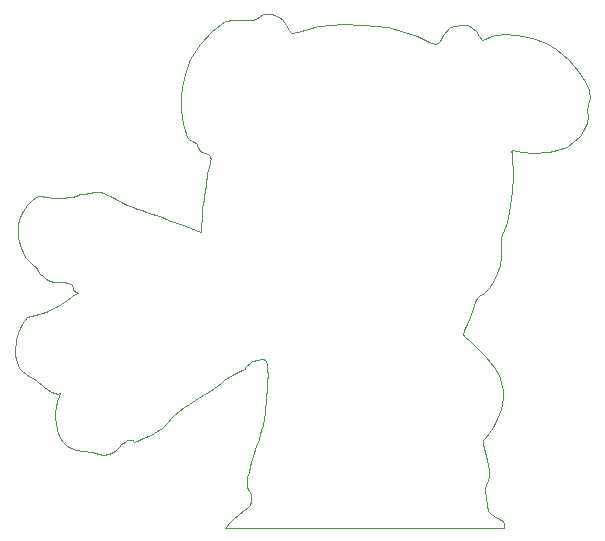
<source format=gbr>
G04 #@! TF.FileFunction,Profile,NP*
%FSLAX46Y46*%
G04 Gerber Fmt 4.6, Leading zero omitted, Abs format (unit mm)*
G04 Created by KiCad (PCBNEW 4.0.5+dfsg1-4) date Sun Sep 22 16:13:37 2019*
%MOMM*%
%LPD*%
G01*
G04 APERTURE LIST*
%ADD10C,0.100000*%
G04 APERTURE END LIST*
D10*
X56514482Y-67327468D02*
X56114599Y-66969344D01*
X56114599Y-66969344D02*
X55876562Y-66610201D01*
X55876562Y-66610201D02*
X55621821Y-65937850D01*
X55621821Y-65937850D02*
X55521595Y-65353198D01*
X55521595Y-65353198D02*
X55492362Y-64893828D01*
X55492362Y-64893828D02*
X55509065Y-64455340D01*
X55509065Y-64455340D02*
X55563354Y-63987620D01*
X55563354Y-63987620D02*
X55680285Y-63511544D01*
X55680285Y-63511544D02*
X55845983Y-63076792D01*
X55845983Y-63076792D02*
X55922498Y-62805787D01*
X55922498Y-62805787D02*
X55676109Y-62868427D01*
X55676109Y-62868427D02*
X55446424Y-62851732D01*
X55446424Y-62851732D02*
X55116513Y-62713921D01*
X55116513Y-62713921D02*
X54790779Y-62480058D01*
X54790779Y-62480058D02*
X54586150Y-62308841D01*
X54586150Y-62308841D02*
X54360642Y-62112563D01*
X54360642Y-62112563D02*
X53588066Y-61561319D01*
X53588066Y-61561319D02*
X53354205Y-61448567D01*
X53354205Y-61448567D02*
X53028470Y-61235585D01*
X53028470Y-61235585D02*
X52704250Y-60942176D01*
X52704250Y-60942176D02*
X52550698Y-60793054D01*
X52550698Y-60793054D02*
X52453251Y-60670507D01*
X52453251Y-60670507D02*
X52311509Y-60425413D01*
X52311509Y-60425413D02*
X52228828Y-60212801D01*
X52228828Y-60212801D02*
X52149098Y-59918982D01*
X52149098Y-59918982D02*
X52095946Y-59580871D01*
X52095946Y-59580871D02*
X52090040Y-59259002D01*
X52090040Y-59259002D02*
X52113663Y-58913507D01*
X52113663Y-58913507D02*
X52147622Y-58634453D01*
X52147622Y-58634453D02*
X52211110Y-58280102D01*
X52211110Y-58280102D02*
X52343992Y-57745620D01*
X52343992Y-57745620D02*
X52534457Y-57283486D01*
X52534457Y-57283486D02*
X52710157Y-56961615D01*
X52710157Y-56961615D02*
X52875521Y-56689943D01*
X52875521Y-56689943D02*
X53104374Y-56412369D01*
X53104374Y-56412369D02*
X53430674Y-56260292D01*
X53430674Y-56260292D02*
X53745162Y-56174652D01*
X53745162Y-56174652D02*
X54126091Y-56105252D01*
X54126091Y-56105252D02*
X54409573Y-56028472D01*
X54409573Y-56028472D02*
X54712249Y-55929552D01*
X54712249Y-55929552D02*
X54887949Y-55849822D01*
X54887949Y-55849822D02*
X55155190Y-55711035D01*
X55155190Y-55711035D02*
X55539072Y-55530904D01*
X55539072Y-55530904D02*
X55767925Y-55451174D01*
X55767925Y-55451174D02*
X55952484Y-55288762D01*
X55952484Y-55288762D02*
X56534213Y-54928506D01*
X56534213Y-54928506D02*
X56817695Y-54714418D01*
X56817695Y-54714418D02*
X57031783Y-54553494D01*
X57031783Y-54553494D02*
X57392041Y-54336451D01*
X57392041Y-54336451D02*
X57083459Y-54137129D01*
X57083459Y-54137129D02*
X57006193Y-54038101D01*
X57006193Y-54038101D02*
X56964432Y-53815724D01*
X56964432Y-53815724D02*
X56790080Y-53620493D01*
X56790080Y-53620493D02*
X56536383Y-53503561D01*
X56536383Y-53503561D02*
X56248233Y-53427348D01*
X56248233Y-53427348D02*
X55965303Y-53386631D01*
X55965303Y-53386631D02*
X55688637Y-53381419D01*
X55688637Y-53381419D02*
X55408840Y-53392901D01*
X55408840Y-53392901D02*
X55088325Y-53348007D01*
X55088325Y-53348007D02*
X54846112Y-53283279D01*
X54846112Y-53283279D02*
X54689509Y-53156951D01*
X54689509Y-53156951D02*
X54434767Y-52945015D01*
X54434767Y-52945015D02*
X54214479Y-52735168D01*
X54214479Y-52735168D02*
X54072492Y-52509659D01*
X54072492Y-52509659D02*
X53950341Y-52297722D01*
X53950341Y-52297722D02*
X53852203Y-52182880D01*
X53852203Y-52182880D02*
X53700820Y-52094139D01*
X53700820Y-52094139D02*
X53447123Y-51843573D01*
X53447123Y-51843573D02*
X53197602Y-51567951D01*
X53197602Y-51567951D02*
X53035779Y-51370630D01*
X53035779Y-51370630D02*
X52855163Y-51093966D01*
X52855163Y-51093966D02*
X52729880Y-50872631D01*
X52729880Y-50872631D02*
X52569101Y-50527062D01*
X52569101Y-50527062D02*
X52482447Y-50280673D01*
X52482447Y-50280673D02*
X52391617Y-49981038D01*
X52391617Y-49981038D02*
X52337328Y-49702284D01*
X52337328Y-49702284D02*
X52314360Y-49395342D01*
X52314360Y-49395342D02*
X52313310Y-49176098D01*
X52313310Y-49176098D02*
X52320620Y-48838879D01*
X52320620Y-48838879D02*
X52355073Y-48514188D01*
X52355073Y-48514188D02*
X52431287Y-48185321D01*
X52431287Y-48185321D02*
X52523161Y-47919096D01*
X52523161Y-47919096D02*
X52606683Y-47705071D01*
X52606683Y-47705071D02*
X52764330Y-47397085D01*
X52764330Y-47397085D02*
X52906317Y-47175752D01*
X52906317Y-47175752D02*
X53099461Y-46929363D01*
X53099461Y-46929363D02*
X53375083Y-46621377D01*
X53375083Y-46621377D02*
X53629824Y-46401088D01*
X53629824Y-46401088D02*
X53804176Y-46293554D01*
X53804176Y-46293554D02*
X54028640Y-46172448D01*
X54028640Y-46172448D02*
X54245797Y-46156788D01*
X54245797Y-46156788D02*
X54706210Y-46177668D01*
X54706210Y-46177668D02*
X54932763Y-46230918D01*
X54932763Y-46230918D02*
X55244925Y-46296688D01*
X55244925Y-46296688D02*
X55448510Y-46308178D01*
X55448510Y-46308178D02*
X55691767Y-46306078D01*
X55691767Y-46306078D02*
X55846282Y-46282068D01*
X55846282Y-46282068D02*
X56172017Y-46262228D01*
X56172017Y-46262228D02*
X56681499Y-46238218D01*
X56681499Y-46238218D02*
X56767109Y-46245518D01*
X56767109Y-46245518D02*
X56895524Y-46211068D01*
X56895524Y-46211068D02*
X57231699Y-46099357D01*
X57231699Y-46099357D02*
X57595018Y-46003307D01*
X57595018Y-46003307D02*
X57712993Y-45977207D01*
X57712993Y-45977207D02*
X57990702Y-45942757D01*
X57990702Y-45942757D02*
X58359242Y-45875937D01*
X58359242Y-45875937D02*
X58843668Y-45802857D01*
X58843668Y-45802857D02*
X59188195Y-45774667D01*
X59188195Y-45774667D02*
X59311390Y-45800767D01*
X59311390Y-45800767D02*
X59592232Y-45882197D01*
X59592232Y-45882197D02*
X59853237Y-46009567D01*
X59853237Y-46009567D02*
X60144519Y-46160950D01*
X60144519Y-46160950D02*
X60644605Y-46420912D01*
X60644605Y-46420912D02*
X61023585Y-46618232D01*
X61023585Y-46618232D02*
X61410917Y-46822860D01*
X61410917Y-46822860D02*
X61606149Y-46891770D01*
X61606149Y-46891770D02*
X62081179Y-47087002D01*
X62081179Y-47087002D02*
X62389166Y-47200800D01*
X62389166Y-47200800D02*
X62816170Y-47330259D01*
X62816170Y-47330259D02*
X63180534Y-47470157D01*
X63180534Y-47470157D02*
X63691061Y-47648685D01*
X63691061Y-47648685D02*
X64067952Y-47783364D01*
X64067952Y-47783364D02*
X64513750Y-47941011D01*
X64513750Y-47941011D02*
X64903170Y-48084042D01*
X64903170Y-48084042D02*
X65335395Y-48220809D01*
X65335395Y-48220809D02*
X65794764Y-48378456D01*
X65794764Y-48378456D02*
X66281278Y-48572644D01*
X66281278Y-48572644D02*
X66738560Y-48764744D01*
X66738560Y-48764744D02*
X67188533Y-48939096D01*
X67188533Y-48939096D02*
X67577953Y-49093611D01*
X67577953Y-49093611D02*
X67817034Y-49184441D01*
X67817034Y-49184441D02*
X67862974Y-49217851D01*
X67862974Y-49217851D02*
X67868174Y-49092568D01*
X67868174Y-49092568D02*
X67867174Y-48757437D01*
X67867174Y-48757437D02*
X67879704Y-48450495D01*
X67879704Y-48450495D02*
X67888104Y-48134156D01*
X67888104Y-48134156D02*
X67906894Y-47796937D01*
X67906894Y-47796937D02*
X67927774Y-47458674D01*
X67927774Y-47458674D02*
X67963274Y-47151732D01*
X67963274Y-47151732D02*
X68003994Y-46697582D01*
X68003994Y-46697582D02*
X68050974Y-46378112D01*
X68050974Y-46378112D02*
X68113614Y-46006440D01*
X68113614Y-46006440D02*
X68159554Y-45710982D01*
X68159554Y-45710982D02*
X68244124Y-45195235D01*
X68244124Y-45195235D02*
X68284844Y-44946758D01*
X68284844Y-44946758D02*
X68342264Y-44441452D01*
X68342264Y-44441452D02*
X68385074Y-44213855D01*
X68385074Y-44213855D02*
X68511400Y-43655304D01*
X68511400Y-43655304D02*
X68600140Y-43250223D01*
X68600140Y-43250223D02*
X68638770Y-43087356D01*
X68638770Y-43087356D02*
X68647170Y-42988176D01*
X68647170Y-42988176D02*
X68639870Y-42870201D01*
X68639870Y-42870201D02*
X68599150Y-42741787D01*
X68599150Y-42741787D02*
X68541730Y-42667657D01*
X68541730Y-42667657D02*
X68413316Y-42595617D01*
X68413316Y-42595617D02*
X67937242Y-42405605D01*
X67937242Y-42405605D02*
X67785859Y-42288674D01*
X67785859Y-42288674D02*
X67662664Y-42147731D01*
X67662664Y-42147731D02*
X67567654Y-41987996D01*
X67567654Y-41987996D02*
X67518584Y-41873154D01*
X67518584Y-41873154D02*
X67491444Y-41763532D01*
X67491444Y-41763532D02*
X67394354Y-41637205D01*
X67394354Y-41637205D02*
X67231487Y-41538025D01*
X67231487Y-41538025D02*
X67106204Y-41483735D01*
X67106204Y-41483735D02*
X66976746Y-41430485D01*
X66976746Y-41430485D02*
X66866079Y-41358445D01*
X66866079Y-41358445D02*
X66791949Y-41279095D01*
X66791949Y-41279095D02*
X66664578Y-41107876D01*
X66664578Y-41107876D02*
X66563308Y-40865663D01*
X66563308Y-40865663D02*
X66464128Y-40559765D01*
X66464128Y-40559765D02*
X66383738Y-40291451D01*
X66383738Y-40291451D02*
X66307528Y-40001213D01*
X66307528Y-40001213D02*
X66121076Y-38858605D01*
X66121076Y-38858605D02*
X66138796Y-37783735D01*
X66138796Y-37783735D02*
X66256914Y-36868324D01*
X66256914Y-36868324D02*
X66499055Y-35840701D01*
X66499055Y-35840701D02*
X66912466Y-34553220D01*
X66912466Y-34553220D02*
X67751101Y-33230303D01*
X67751101Y-33230303D02*
X68743289Y-32143621D01*
X68743289Y-32143621D02*
X69871311Y-31334516D01*
X69871311Y-31334516D02*
X70532770Y-31245928D01*
X70532770Y-31245928D02*
X71672604Y-31257739D01*
X71672604Y-31257739D02*
X72174604Y-31228210D01*
X72174604Y-31228210D02*
X72469898Y-31133716D01*
X72469898Y-31133716D02*
X73107732Y-30720305D01*
X73107732Y-30720305D02*
X73739661Y-30702589D01*
X73739661Y-30702589D02*
X74129449Y-30838424D01*
X74129449Y-30838424D02*
X74696414Y-31151435D01*
X74696414Y-31151435D02*
X75068484Y-31671153D01*
X75068484Y-31671153D02*
X75292907Y-32078658D01*
X75292907Y-32078658D02*
X75464178Y-32291270D01*
X75464178Y-32291270D02*
X76090201Y-32261741D01*
X76090201Y-32261741D02*
X77737942Y-31730212D01*
X77737942Y-31730212D02*
X79775469Y-31588471D01*
X79775469Y-31588471D02*
X81635821Y-31641624D01*
X81635821Y-31641624D02*
X83673348Y-31866047D01*
X83673348Y-31866047D02*
X86142006Y-32622000D01*
X86142006Y-32622000D02*
X87134193Y-33070846D01*
X87134193Y-33070846D02*
X87648006Y-33259834D01*
X87648006Y-33259834D02*
X87919675Y-33171246D01*
X87919675Y-33171246D02*
X88079134Y-32976352D01*
X88079134Y-32976352D02*
X88315370Y-32515694D01*
X88315370Y-32515694D02*
X88941393Y-31795177D01*
X88941393Y-31795177D02*
X89378426Y-31700683D01*
X89378426Y-31700683D02*
X89909956Y-31629813D01*
X89909956Y-31629813D02*
X90429674Y-31653438D01*
X90429674Y-31653438D02*
X90795100Y-31894842D01*
X90795100Y-31894842D02*
X91138379Y-32131814D01*
X91138379Y-32131814D02*
X91398237Y-32568849D01*
X91398237Y-32568849D02*
X91593131Y-32917296D01*
X91593131Y-32917296D02*
X91882520Y-32870049D01*
X91882520Y-32870049D02*
X92189624Y-32686966D01*
X92189624Y-32686966D02*
X92715248Y-32474355D01*
X92715248Y-32474355D02*
X93559790Y-32427108D01*
X93559790Y-32427108D02*
X94611035Y-32462543D01*
X94611035Y-32462543D02*
X95839458Y-32781460D01*
X95839458Y-32781460D02*
X97008822Y-33188966D01*
X97008822Y-33188966D02*
X97871080Y-33714589D01*
X97871080Y-33714589D02*
X99010913Y-34618188D01*
X99010913Y-34618188D02*
X99755054Y-35545411D01*
X99755054Y-35545411D02*
X100327924Y-36437199D01*
X100327924Y-36437199D02*
X100658653Y-37163621D01*
X100658653Y-37163621D02*
X100782677Y-37830986D01*
X100782677Y-37830986D02*
X100640937Y-38356609D01*
X100640937Y-38356609D02*
X100564157Y-38516067D01*
X100564157Y-38516067D02*
X100522817Y-38752303D01*
X100522817Y-38752303D02*
X100552347Y-38976726D01*
X100552347Y-38976726D02*
X100611407Y-39331079D01*
X100611407Y-39331079D02*
X100481478Y-39968914D01*
X100481478Y-39968914D02*
X100180279Y-40642184D01*
X100180279Y-40642184D02*
X99884985Y-41014254D01*
X99884985Y-41014254D02*
X98833737Y-42000535D01*
X98833737Y-42000535D02*
X98001009Y-42266300D01*
X98001009Y-42266300D02*
X97274585Y-42419853D01*
X97274585Y-42419853D02*
X95863080Y-42455283D01*
X95863080Y-42455283D02*
X95178000Y-42384413D01*
X95178000Y-42384413D02*
X94492917Y-42284013D01*
X94492917Y-42284013D02*
X94233059Y-42236763D01*
X94233059Y-42236763D02*
X94103130Y-42289913D01*
X94103130Y-42289913D02*
X94126760Y-42526149D01*
X94126760Y-42526149D02*
X94274408Y-44504618D01*
X94274408Y-44504618D02*
X94174006Y-45727135D01*
X94174006Y-45727135D02*
X93920054Y-47516616D01*
X93920054Y-47516616D02*
X93736973Y-48361156D01*
X93736973Y-48361156D02*
X93506642Y-48993085D01*
X93506642Y-48993085D02*
X93347183Y-49400590D01*
X93347183Y-49400590D02*
X93264503Y-49701790D01*
X93264503Y-49701790D02*
X93223163Y-50002990D01*
X93223163Y-50002990D02*
X93270413Y-50386873D01*
X93270413Y-50386873D02*
X93240883Y-51213696D01*
X93240883Y-51213696D02*
X93140482Y-51975553D01*
X93140482Y-51975553D02*
X92916059Y-52619295D01*
X92916059Y-52619295D02*
X92626671Y-53233507D01*
X92626671Y-53233507D02*
X92201449Y-53883152D01*
X92201449Y-53883152D02*
X91758507Y-54355623D01*
X91758507Y-54355623D02*
X91380532Y-54603670D01*
X91380532Y-54603670D02*
X91226978Y-54792657D01*
X91226978Y-54792657D02*
X91067519Y-55141105D01*
X91067519Y-55141105D02*
X90630485Y-56351809D01*
X90630485Y-56351809D02*
X90335192Y-56971927D01*
X90335192Y-56971927D02*
X90146203Y-57462115D01*
X90146203Y-57462115D02*
X90122573Y-57538895D01*
X90122573Y-57538895D02*
X90051703Y-57816472D01*
X90051703Y-57816472D02*
X90104853Y-57993647D01*
X90104853Y-57993647D02*
X90618663Y-58407059D01*
X90618663Y-58407059D02*
X91929769Y-59759505D01*
X91929769Y-59759505D02*
X92626663Y-60574515D01*
X92626663Y-60574515D02*
X93075510Y-61312750D01*
X93075510Y-61312750D02*
X93276310Y-61867904D01*
X93276310Y-61867904D02*
X93400334Y-62635666D01*
X93400334Y-62635666D02*
X93370804Y-63267595D01*
X93370804Y-63267595D02*
X93199534Y-64194819D01*
X93199534Y-64194819D02*
X92933768Y-64974395D01*
X92933768Y-64974395D02*
X92567606Y-65659476D01*
X92567606Y-65659476D02*
X92213252Y-66173288D01*
X92213252Y-66173288D02*
X91847088Y-66628041D01*
X91847088Y-66628041D02*
X91723064Y-66811122D01*
X91723064Y-66811122D02*
X91687624Y-66923335D01*
X91687624Y-66923335D02*
X91705354Y-67112324D01*
X91705354Y-67112324D02*
X92012458Y-68447051D01*
X92012458Y-68447051D02*
X92219164Y-69344746D01*
X92219164Y-69344746D02*
X92254594Y-69657756D01*
X92254594Y-69657756D02*
X92230964Y-69935333D01*
X92230964Y-69935333D02*
X91888424Y-70850743D01*
X91888424Y-70850743D02*
X91864794Y-71092885D01*
X91864794Y-71092885D02*
X91941564Y-71730718D01*
X91941564Y-71730718D02*
X92065587Y-72279967D01*
X92065587Y-72279967D02*
X92177800Y-72764247D01*
X92177800Y-72764247D02*
X92372694Y-73047730D01*
X92372694Y-73047730D02*
X92656177Y-73230813D01*
X92656177Y-73230813D02*
X93105024Y-73490671D01*
X93105024Y-73490671D02*
X93400318Y-73673752D01*
X93400318Y-73673752D02*
X93465278Y-73886363D01*
X93465278Y-73886363D02*
X93457278Y-74202313D01*
X93457278Y-74202313D02*
X69862304Y-74202313D01*
X69862304Y-74202313D02*
X70257998Y-73762340D01*
X70257998Y-73762340D02*
X70568056Y-73449330D01*
X70568056Y-73449330D02*
X71090726Y-73035919D01*
X71090726Y-73035919D02*
X71510043Y-72755389D01*
X71510043Y-72755389D02*
X71834867Y-72504389D01*
X71834867Y-72504389D02*
X71955937Y-72300636D01*
X71955937Y-72300636D02*
X72050427Y-71996484D01*
X72050427Y-71996484D02*
X72091767Y-71748438D01*
X72091767Y-71748438D02*
X72091767Y-71583073D01*
X72091767Y-71583073D02*
X72053377Y-71382273D01*
X72053377Y-71382273D02*
X71929354Y-71134226D01*
X71929354Y-71134226D02*
X71772848Y-70812355D01*
X71772848Y-70812355D02*
X71707888Y-70561355D01*
X71707888Y-70561355D02*
X71719698Y-70348744D01*
X71719698Y-70348744D02*
X71766948Y-69932380D01*
X71766948Y-69932380D02*
X71867347Y-69504202D01*
X71867347Y-69504202D02*
X72014994Y-68981534D01*
X72014994Y-68981534D02*
X72112444Y-68644899D01*
X72112444Y-68644899D02*
X72254185Y-68119275D01*
X72254185Y-68119275D02*
X72519950Y-67295405D01*
X72519950Y-67295405D02*
X72711891Y-66707771D01*
X72711891Y-66707771D02*
X72835914Y-66303217D01*
X72835914Y-66303217D02*
X72942220Y-65945911D01*
X72942220Y-65945911D02*
X73051479Y-65502972D01*
X73051479Y-65502972D02*
X73190267Y-64927149D01*
X73190267Y-64927149D02*
X73243417Y-64469443D01*
X73243417Y-64469443D02*
X73275897Y-64100326D01*
X73275897Y-64100326D02*
X73343817Y-63527455D01*
X73343817Y-63527455D02*
X73379247Y-63087466D01*
X73379247Y-63087466D02*
X73414677Y-62564795D01*
X73414677Y-62564795D02*
X73453067Y-61906292D01*
X73453067Y-61906292D02*
X73482597Y-61209398D01*
X73482597Y-61209398D02*
X73467837Y-60828467D01*
X73467837Y-60828467D02*
X73408777Y-60394386D01*
X73408777Y-60394386D02*
X73326097Y-60137481D01*
X73326097Y-60137481D02*
X73234557Y-60007552D01*
X73234557Y-60007552D02*
X73089863Y-59942582D01*
X73089863Y-59942582D02*
X72924499Y-59930782D01*
X72924499Y-59930782D02*
X72626252Y-59980982D01*
X72626252Y-59980982D02*
X72177405Y-60060712D01*
X72177405Y-60060712D02*
X71961841Y-60273323D01*
X71961841Y-60273323D02*
X71681311Y-60494793D01*
X71681311Y-60494793D02*
X71569100Y-60612911D01*
X71569100Y-60612911D02*
X71539570Y-60745792D01*
X71539570Y-60745792D02*
X71338770Y-60896393D01*
X71338770Y-60896393D02*
X70488324Y-61324568D01*
X70488324Y-61324568D02*
X69818007Y-61723216D01*
X69818007Y-61723216D02*
X69499089Y-61944686D01*
X69499089Y-61944686D02*
X68565961Y-62603191D01*
X68565961Y-62603191D02*
X67827726Y-63028416D01*
X67827726Y-63028416D02*
X66838491Y-63728263D01*
X66838491Y-63728263D02*
X66380786Y-64035367D01*
X66380786Y-64035367D02*
X65955563Y-64321803D01*
X65955563Y-64321803D02*
X65524434Y-64640721D01*
X65524434Y-64640721D02*
X65359069Y-64865143D01*
X65359069Y-64865143D02*
X64960422Y-65361237D01*
X64960422Y-65361237D02*
X64570634Y-65733307D01*
X64570634Y-65733307D02*
X63888505Y-66208732D01*
X63888505Y-66208732D02*
X63578447Y-66380002D01*
X63578447Y-66380002D02*
X62946518Y-66660532D01*
X62946518Y-66660532D02*
X62394318Y-66864282D01*
X62394318Y-66864282D02*
X62122648Y-66961732D01*
X62122648Y-66961732D02*
X62075398Y-66893812D01*
X62075398Y-66893812D02*
X62072398Y-66763883D01*
X62072398Y-66763883D02*
X61821398Y-66772783D01*
X61821398Y-66772783D02*
X61591069Y-66817073D01*
X61591069Y-66817073D02*
X61384363Y-66944049D01*
X61384363Y-66944049D02*
X61103834Y-67130085D01*
X61103834Y-67130085D02*
X60867599Y-67389943D01*
X60867599Y-67389943D02*
X60525058Y-67714767D01*
X60525058Y-67714767D02*
X60070305Y-67992344D01*
X60070305Y-67992344D02*
X59503341Y-68063214D01*
X59503341Y-68063214D02*
X59175565Y-67989394D01*
X59175565Y-67989394D02*
X58835977Y-67906714D01*
X58835977Y-67906714D02*
X58655848Y-67838794D01*
X58655848Y-67838794D02*
X57885131Y-67729534D01*
X57885131Y-67729534D02*
X57265014Y-67652764D01*
X57265014Y-67652764D02*
X56813214Y-67499211D01*
X56813214Y-67499211D02*
X56514482Y-67327468D01*
X56514482Y-67327468D02*
X56514482Y-67327468D01*
M02*

</source>
